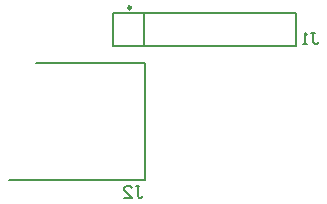
<source format=gbo>
G04*
G04 #@! TF.GenerationSoftware,Altium Limited,Altium Designer,25.6.2 (33)*
G04*
G04 Layer_Color=32896*
%FSLAX44Y44*%
%MOMM*%
G71*
G04*
G04 #@! TF.SameCoordinates,C81FDC39-D595-45C3-B34A-221C7668EC96*
G04*
G04*
G04 #@! TF.FilePolarity,Positive*
G04*
G01*
G75*
%ADD10C,0.2500*%
%ADD11C,0.2000*%
D10*
X127750Y566000D02*
G03*
X127750Y566000I-1250J0D01*
G01*
D11*
X24500Y420500D02*
X139500D01*
Y519500D01*
X47500D02*
X139500D01*
X139200Y533800D02*
Y561200D01*
X112550Y533800D02*
Y561200D01*
X267450D01*
Y533800D02*
Y561200D01*
X112550Y533800D02*
X267450D01*
X131666Y414998D02*
X134998D01*
X133332D01*
Y406668D01*
X134998Y405002D01*
X136664D01*
X138331Y406668D01*
X121669Y405002D02*
X128334D01*
X121669Y411666D01*
Y413332D01*
X123336Y414998D01*
X126668D01*
X128334Y413332D01*
X280000Y544998D02*
X283332D01*
X281666D01*
Y536668D01*
X283332Y535002D01*
X284998D01*
X286665Y536668D01*
X276668Y535002D02*
X273335D01*
X275002D01*
Y544998D01*
X276668Y543332D01*
M02*

</source>
